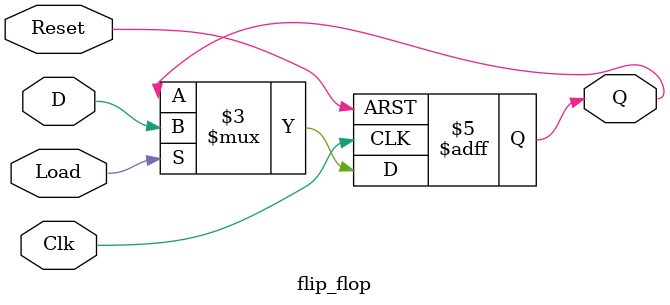
<source format=sv>
module flip_flop ( //From lecture
	input Clk, Load, Reset, D,//input clock, LoadA, Reset, D
	output logic Q 
	);
	
always_ff @ (posedge Clk or posedge Reset)
begin
	if (Reset)
		Q <= 1'b0; //if reset, clear the flip_flop
	else
	if (Load) //if load, D becomes output
		Q <= D;
	else //in most cases this is redundant, maintaining Q inferred
		Q <= Q; //else, static state
end

endmodule 
</source>
